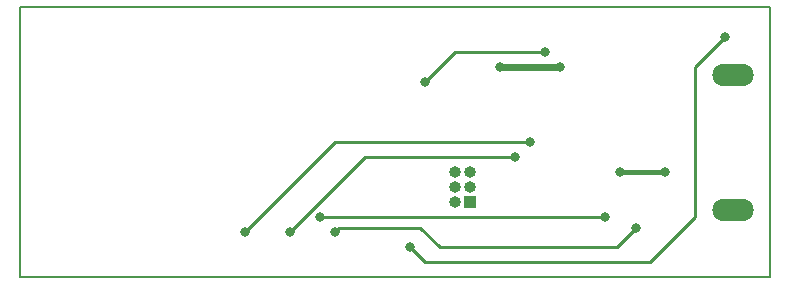
<source format=gbr>
G04 #@! TF.GenerationSoftware,KiCad,Pcbnew,(5.1.5)-3*
G04 #@! TF.CreationDate,2020-03-31T21:34:46+02:00*
G04 #@! TF.ProjectId,cc1352P-dongle,63633133-3532-4502-9d64-6f6e676c652e,rev?*
G04 #@! TF.SameCoordinates,Original*
G04 #@! TF.FileFunction,Copper,L2,Bot*
G04 #@! TF.FilePolarity,Positive*
%FSLAX46Y46*%
G04 Gerber Fmt 4.6, Leading zero omitted, Abs format (unit mm)*
G04 Created by KiCad (PCBNEW (5.1.5)-3) date 2020-03-31 21:34:46*
%MOMM*%
%LPD*%
G04 APERTURE LIST*
%ADD10C,0.150000*%
%ADD11O,1.000000X1.000000*%
%ADD12R,1.000000X1.000000*%
%ADD13O,3.500000X1.900000*%
%ADD14C,0.800000*%
%ADD15C,0.600000*%
%ADD16C,0.400000*%
%ADD17C,0.250000*%
G04 APERTURE END LIST*
D10*
X66040000Y-71120000D02*
X66040000Y-48260000D01*
X129540000Y-71120000D02*
X66040000Y-71120000D01*
X129540000Y-48260000D02*
X129540000Y-71120000D01*
X66040000Y-48260000D02*
X129540000Y-48260000D01*
D11*
X102870000Y-62230000D03*
X104140000Y-62230000D03*
X102870000Y-63500000D03*
X104140000Y-63500000D03*
X102870000Y-64770000D03*
D12*
X104140000Y-64770000D03*
D13*
X126450000Y-53990000D03*
X126450000Y-65390000D03*
D14*
X111760000Y-53340000D03*
X106680000Y-53340000D03*
X116840000Y-62230000D03*
X120650000Y-62230000D03*
X118262706Y-66939994D03*
X92710000Y-67310000D03*
X107950000Y-60960000D03*
X88900000Y-67310000D03*
X109220000Y-59690000D03*
X85090000Y-67310000D03*
X91440034Y-66040000D03*
X115570000Y-66040000D03*
X99060000Y-68580000D03*
X125730000Y-50800000D03*
X110490000Y-52070000D03*
X100330000Y-54610000D03*
D15*
X111760000Y-53340000D02*
X106680000Y-53340000D01*
D16*
X106680000Y-53340000D02*
X106680000Y-53340000D01*
X116840000Y-62230000D02*
X116840000Y-62230000D01*
X116840000Y-62230000D02*
X120650000Y-62230000D01*
D17*
X93109999Y-66910001D02*
X92710000Y-67310000D01*
X118262706Y-66939994D02*
X116622700Y-68580000D01*
X101600000Y-68580000D02*
X99930001Y-66910001D01*
X99930001Y-66910001D02*
X93109999Y-66910001D01*
X116622700Y-68580000D02*
X101600000Y-68580000D01*
X107950000Y-60960000D02*
X95250000Y-60960000D01*
X95250000Y-60960000D02*
X89299999Y-66910001D01*
X89299999Y-66910001D02*
X88900000Y-67310000D01*
X92710000Y-59690000D02*
X85489999Y-66910001D01*
X109220000Y-59690000D02*
X92710000Y-59690000D01*
X85489999Y-66910001D02*
X85090000Y-67310000D01*
X91440034Y-66040000D02*
X115570000Y-66040000D01*
X119380000Y-69850000D02*
X100330000Y-69850000D01*
X100330000Y-69850000D02*
X99060000Y-68580000D01*
X123190000Y-66040000D02*
X119380000Y-69850000D01*
X125730000Y-50800000D02*
X123190000Y-53340000D01*
X123190000Y-53340000D02*
X123190000Y-66040000D01*
X100729999Y-54210001D02*
X100330000Y-54610000D01*
X110490000Y-52070000D02*
X102870000Y-52070000D01*
X102870000Y-52070000D02*
X100729999Y-54210001D01*
M02*

</source>
